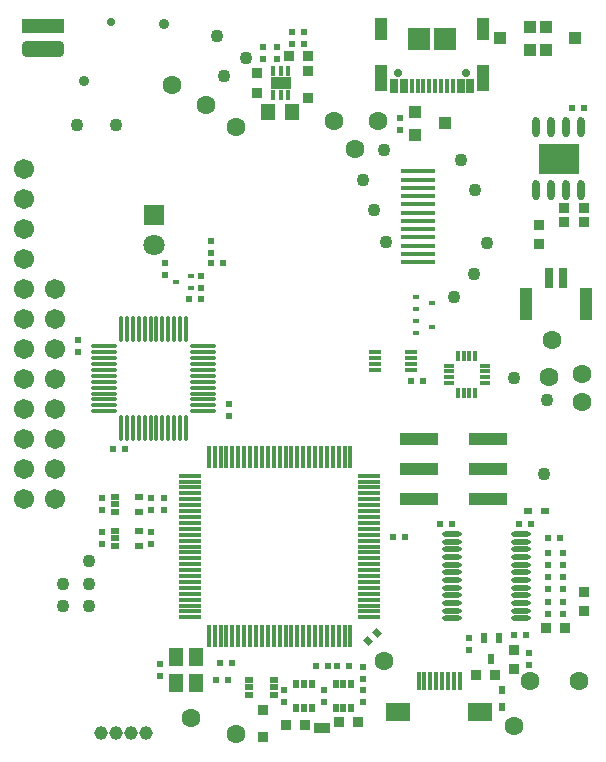
<source format=gbs>
G04*
G04 #@! TF.GenerationSoftware,Altium Limited,Altium Designer,20.0.13 (296)*
G04*
G04 Layer_Color=7416327*
%FSLAX44Y44*%
%MOMM*%
G71*
G01*
G75*
%ADD54R,0.5588X0.6096*%
%ADD55R,0.6096X0.5588*%
%ADD57R,0.8636X0.9398*%
%ADD61R,0.5016X0.7516*%
%ADD63R,1.0016X0.4016*%
%ADD64R,0.7516X0.5016*%
%ADD66R,1.2516X1.4016*%
%ADD70R,1.0516X1.0016*%
%ADD71R,1.0516X1.0016*%
%ADD72R,0.6096X0.4576*%
%ADD75R,0.9398X0.8636*%
%ADD76R,0.6016X0.7416*%
%ADD77R,0.6016X0.9016*%
%ADD87C,0.7016*%
%ADD88R,1.1016X1.9016*%
%ADD89R,1.1016X2.2016*%
%ADD90C,1.7018*%
%ADD91R,1.8016X1.8016*%
%ADD92C,1.8016*%
%ADD93C,1.1684*%
%ADD94C,0.7112*%
%ADD95C,0.9144*%
%ADD157R,1.4750X0.9000*%
%ADD166C,1.6016*%
%ADD167C,1.1016*%
G04:AMPARAMS|DCode=168|XSize=0.5588mm|YSize=0.6096mm|CornerRadius=0mm|HoleSize=0mm|Usage=FLASHONLY|Rotation=45.000|XOffset=0mm|YOffset=0mm|HoleType=Round|Shape=Rectangle|*
%AMROTATEDRECTD168*
4,1,4,0.0180,-0.4131,-0.4131,0.0180,-0.0180,0.4131,0.4131,-0.0180,0.0180,-0.4131,0.0*
%
%ADD168ROTATEDRECTD168*%

%ADD169R,0.9316X0.9016*%
%ADD170O,1.9016X0.4016*%
%ADD171O,0.4016X1.9016*%
%ADD172R,0.7016X1.3016*%
%ADD173R,0.4016X1.3016*%
%ADD174R,0.7416X0.6016*%
%ADD175R,1.3016X1.5016*%
%ADD176O,1.6516X0.4516*%
%ADD177R,2.1016X1.6016*%
%ADD178R,0.4016X1.6016*%
%ADD179R,1.1016X2.8016*%
%ADD180R,0.7016X1.7016*%
%ADD181R,0.4400X0.8400*%
%ADD182R,1.7400X1.1400*%
%ADD183R,3.4016X2.5016*%
%ADD184O,0.7016X1.7016*%
%ADD185R,2.9016X0.4516*%
%ADD186O,2.2016X0.4016*%
%ADD187O,0.4016X2.2016*%
%ADD188R,3.6016X1.3016*%
G04:AMPARAMS|DCode=189|XSize=3.6016mm|YSize=1.3016mm|CornerRadius=0.3508mm|HoleSize=0mm|Usage=FLASHONLY|Rotation=0.000|XOffset=0mm|YOffset=0mm|HoleType=Round|Shape=RoundedRectangle|*
%AMROUNDEDRECTD189*
21,1,3.6016,0.6000,0,0,0.0*
21,1,2.9000,1.3016,0,0,0.0*
1,1,0.7016,1.4500,-0.3000*
1,1,0.7016,-1.4500,-0.3000*
1,1,0.7016,-1.4500,0.3000*
1,1,0.7016,1.4500,0.3000*
%
%ADD189ROUNDEDRECTD189*%
%ADD190R,0.3516X0.9016*%
%ADD191R,0.9016X0.3516*%
%ADD192R,3.3016X1.1216*%
%ADD193R,1.9016X1.9016*%
D54*
X444830Y189000D02*
D03*
X434670D02*
D03*
X191990Y71793D02*
D03*
X181830Y71793D02*
D03*
X290830Y68500D02*
D03*
X280670D02*
D03*
X328420Y178000D02*
D03*
X338580D02*
D03*
X188330Y57000D02*
D03*
X178170D02*
D03*
X440910Y94750D02*
D03*
X430750D02*
D03*
X242170Y605750D02*
D03*
X252330Y605750D02*
D03*
X155221Y379203D02*
D03*
X165381D02*
D03*
X479670Y541250D02*
D03*
X489830D02*
D03*
X184330Y410250D02*
D03*
X174170D02*
D03*
X100830Y252250D02*
D03*
X90670D02*
D03*
X353060Y309880D02*
D03*
X342900D02*
D03*
X242170Y595250D02*
D03*
X252330D02*
D03*
X262920Y68500D02*
D03*
X273080D02*
D03*
X367920Y189000D02*
D03*
X378080D02*
D03*
X469580Y177250D02*
D03*
X459420D02*
D03*
D55*
X131000Y60670D02*
D03*
X131000Y70830D02*
D03*
X459000Y143830D02*
D03*
Y133670D02*
D03*
Y154170D02*
D03*
Y164330D02*
D03*
Y123330D02*
D03*
Y113170D02*
D03*
X133750Y210830D02*
D03*
Y200670D02*
D03*
X82000D02*
D03*
Y210830D02*
D03*
X123500D02*
D03*
Y200670D02*
D03*
X123500Y171920D02*
D03*
X123500Y182080D02*
D03*
X235750Y38420D02*
D03*
Y48580D02*
D03*
X269250Y48330D02*
D03*
Y38170D02*
D03*
X82000Y171920D02*
D03*
Y182080D02*
D03*
X302750Y48330D02*
D03*
Y38170D02*
D03*
Y68330D02*
D03*
Y58170D02*
D03*
X472000Y154170D02*
D03*
Y164330D02*
D03*
Y133920D02*
D03*
Y144080D02*
D03*
Y123330D02*
D03*
Y113170D02*
D03*
X392250Y92830D02*
D03*
Y82670D02*
D03*
X218250Y582920D02*
D03*
Y593080D02*
D03*
X165301Y389123D02*
D03*
Y399283D02*
D03*
X174250Y418420D02*
D03*
Y428580D02*
D03*
X61250Y334670D02*
D03*
Y344830D02*
D03*
X134750Y410330D02*
D03*
X134750Y400170D02*
D03*
X189500Y290580D02*
D03*
X189500Y280420D02*
D03*
X443000Y69420D02*
D03*
X443000Y79580D02*
D03*
X334250Y533080D02*
D03*
Y522920D02*
D03*
X229750Y593080D02*
D03*
Y582920D02*
D03*
D57*
X414628Y61250D02*
D03*
X398372D02*
D03*
X457372Y100750D02*
D03*
X473628D02*
D03*
X298628Y21500D02*
D03*
X282372Y21500D02*
D03*
X237122Y19000D02*
D03*
X253378D02*
D03*
X256378Y585250D02*
D03*
X240122D02*
D03*
X473122Y456250D02*
D03*
X489378D02*
D03*
X473122Y444750D02*
D03*
X489378D02*
D03*
D61*
X246000Y53500D02*
D03*
X252500Y53500D02*
D03*
X259000Y53500D02*
D03*
Y33000D02*
D03*
X252500D02*
D03*
X246000D02*
D03*
X279500Y33000D02*
D03*
X286000Y33000D02*
D03*
X292500Y33000D02*
D03*
Y53500D02*
D03*
X286000Y53500D02*
D03*
X279500D02*
D03*
D63*
X342914Y334398D02*
D03*
Y329398D02*
D03*
Y324398D02*
D03*
Y319398D02*
D03*
X312914D02*
D03*
Y324398D02*
D03*
Y329398D02*
D03*
Y334398D02*
D03*
D64*
X206500Y57250D02*
D03*
Y50750D02*
D03*
Y44250D02*
D03*
X227000D02*
D03*
Y50750D02*
D03*
Y57250D02*
D03*
X92500Y199250D02*
D03*
X92500Y205750D02*
D03*
X92500Y212250D02*
D03*
X113000D02*
D03*
Y199250D02*
D03*
Y170500D02*
D03*
Y183500D02*
D03*
X92500Y183500D02*
D03*
Y177000D02*
D03*
Y170500D02*
D03*
D66*
X242250Y537750D02*
D03*
X222250D02*
D03*
D70*
X457500Y590750D02*
D03*
X482500Y600250D02*
D03*
X444000Y609750D02*
D03*
X419000Y600250D02*
D03*
X372000Y528250D02*
D03*
X347000Y518750D02*
D03*
D71*
X457500Y609750D02*
D03*
X444000Y590750D02*
D03*
X347000Y537750D02*
D03*
D72*
X347396Y351047D02*
D03*
Y360953D02*
D03*
X360604Y356000D02*
D03*
X347396Y371047D02*
D03*
Y380953D02*
D03*
X360604Y376000D02*
D03*
X157354Y399203D02*
D03*
Y389297D02*
D03*
X144146Y394250D02*
D03*
D75*
X489500Y131878D02*
D03*
Y115622D02*
D03*
X430500Y82256D02*
D03*
Y66000D02*
D03*
X212500Y554372D02*
D03*
Y570628D02*
D03*
X451750Y442128D02*
D03*
Y425872D02*
D03*
D76*
X420000Y34200D02*
D03*
Y48800D02*
D03*
D77*
X411250Y74500D02*
D03*
X417750Y92500D02*
D03*
X404750D02*
D03*
D87*
X332361Y571158D02*
D03*
X390162D02*
D03*
D88*
X404462Y607960D02*
D03*
X318062D02*
D03*
D89*
X404462Y566460D02*
D03*
X318062D02*
D03*
D90*
X16000Y210500D02*
D03*
Y235900D02*
D03*
X16000Y261300D02*
D03*
Y337500D02*
D03*
Y489900D02*
D03*
X16000Y464500D02*
D03*
Y439100D02*
D03*
X16000Y413700D02*
D03*
Y388300D02*
D03*
X16000Y362900D02*
D03*
X16000Y286700D02*
D03*
Y312100D02*
D03*
X41418Y210500D02*
D03*
X41418Y261300D02*
D03*
X41418Y286700D02*
D03*
Y312100D02*
D03*
Y337500D02*
D03*
Y362900D02*
D03*
Y388300D02*
D03*
Y235900D02*
D03*
D91*
X125500Y450900D02*
D03*
D92*
Y425500D02*
D03*
D93*
X118450Y12500D02*
D03*
X105750D02*
D03*
X93050D02*
D03*
X80350D02*
D03*
D94*
X88920Y613920D02*
D03*
D95*
X134250Y612000D02*
D03*
X66750Y563750D02*
D03*
D157*
X267625Y16250D02*
D03*
D166*
X430500Y18000D02*
D03*
X444000Y56000D02*
D03*
X156576Y24698D02*
D03*
X195076Y10948D02*
D03*
X320750Y73250D02*
D03*
X485500Y56000D02*
D03*
X141195Y560896D02*
D03*
X169750Y544250D02*
D03*
X194750Y525250D02*
D03*
X315000Y530000D02*
D03*
X462250Y344500D02*
D03*
X460192Y313776D02*
D03*
X296000Y506500D02*
D03*
X488250Y292750D02*
D03*
Y315750D02*
D03*
X278000Y530000D02*
D03*
D167*
X203750Y583500D02*
D03*
X178645Y601828D02*
D03*
X184750Y568750D02*
D03*
X303000Y480250D02*
D03*
X385250Y497000D02*
D03*
X312250Y454750D02*
D03*
X321750Y428250D02*
D03*
X379781Y381233D02*
D03*
X396360Y400355D02*
D03*
X407500Y427000D02*
D03*
X397500Y472250D02*
D03*
X430750Y313000D02*
D03*
X71000Y119750D02*
D03*
X456000Y231144D02*
D03*
X320500Y505750D02*
D03*
X48750Y138625D02*
D03*
Y119750D02*
D03*
X60750Y526750D02*
D03*
X93250D02*
D03*
X71000Y138625D02*
D03*
Y157500D02*
D03*
X458750Y294000D02*
D03*
D168*
X307158Y89658D02*
D03*
X314342Y96842D02*
D03*
D169*
X256000Y573000D02*
D03*
X256000Y550000D02*
D03*
X218000Y8750D02*
D03*
Y31750D02*
D03*
D170*
X156500Y110000D02*
D03*
X156500Y115000D02*
D03*
Y120000D02*
D03*
X156500Y125000D02*
D03*
Y130000D02*
D03*
Y135000D02*
D03*
Y140000D02*
D03*
Y145000D02*
D03*
Y150000D02*
D03*
X156500Y155000D02*
D03*
Y160000D02*
D03*
X156500Y165000D02*
D03*
Y170000D02*
D03*
X156500Y175000D02*
D03*
Y180000D02*
D03*
X156500Y185000D02*
D03*
X156500Y190000D02*
D03*
X156500Y195000D02*
D03*
X156500Y200000D02*
D03*
X156500Y205000D02*
D03*
X156500Y210000D02*
D03*
Y215000D02*
D03*
X156500Y220000D02*
D03*
X156500Y225000D02*
D03*
X156500Y230000D02*
D03*
X307500Y230000D02*
D03*
X307500Y225000D02*
D03*
Y220000D02*
D03*
Y215000D02*
D03*
X307500Y210000D02*
D03*
X307500Y205000D02*
D03*
X307500Y200000D02*
D03*
X307500Y195000D02*
D03*
X307500Y190000D02*
D03*
X307500Y185000D02*
D03*
X307500Y180000D02*
D03*
X307500Y175000D02*
D03*
X307500Y170000D02*
D03*
Y165000D02*
D03*
Y160000D02*
D03*
Y155000D02*
D03*
Y150000D02*
D03*
Y145000D02*
D03*
Y140000D02*
D03*
Y135000D02*
D03*
Y130000D02*
D03*
Y125000D02*
D03*
Y120000D02*
D03*
Y115000D02*
D03*
Y110000D02*
D03*
D171*
X172000Y245500D02*
D03*
X177000D02*
D03*
X182000Y245500D02*
D03*
X187000D02*
D03*
X192000Y245500D02*
D03*
X197000D02*
D03*
X202000D02*
D03*
X207000D02*
D03*
X212000D02*
D03*
X217000Y245500D02*
D03*
X222000Y245500D02*
D03*
X227000Y245500D02*
D03*
X232000D02*
D03*
X237000Y245500D02*
D03*
X242000D02*
D03*
X247000Y245500D02*
D03*
X252000D02*
D03*
X257000D02*
D03*
X262000Y245500D02*
D03*
X267000Y245500D02*
D03*
X272000Y245500D02*
D03*
X277000Y245500D02*
D03*
X282000D02*
D03*
X287000Y245500D02*
D03*
X292000D02*
D03*
X292000Y94500D02*
D03*
X287000D02*
D03*
X282000D02*
D03*
X277000D02*
D03*
X272000D02*
D03*
X267000D02*
D03*
X262000D02*
D03*
X257000D02*
D03*
X252000D02*
D03*
X247000Y94500D02*
D03*
X242000Y94500D02*
D03*
X237000D02*
D03*
X232000D02*
D03*
X227000D02*
D03*
X222000Y94500D02*
D03*
X217000Y94500D02*
D03*
X212000D02*
D03*
X207000D02*
D03*
X202000D02*
D03*
X197000D02*
D03*
X192000D02*
D03*
X187000D02*
D03*
X182000D02*
D03*
X177000D02*
D03*
X172000D02*
D03*
D172*
X329260Y559889D02*
D03*
X337262Y559889D02*
D03*
X385261D02*
D03*
X393260D02*
D03*
D173*
X343761Y559889D02*
D03*
X348761D02*
D03*
X353761Y559889D02*
D03*
X358761D02*
D03*
X363758D02*
D03*
X368762Y559889D02*
D03*
X373766D02*
D03*
X378762D02*
D03*
D174*
X456550Y199750D02*
D03*
X441950D02*
D03*
D175*
X161500Y76500D02*
D03*
X144500D02*
D03*
Y54500D02*
D03*
X161500D02*
D03*
D176*
X436240Y128666D02*
D03*
Y122166D02*
D03*
Y115666D02*
D03*
Y109166D02*
D03*
Y135166D02*
D03*
Y141666D02*
D03*
Y148166D02*
D03*
Y154666D02*
D03*
Y161166D02*
D03*
Y167666D02*
D03*
Y174166D02*
D03*
X436240Y180666D02*
D03*
X377740Y174166D02*
D03*
Y180666D02*
D03*
Y167666D02*
D03*
Y161166D02*
D03*
X377740Y154666D02*
D03*
X377740Y148166D02*
D03*
Y141666D02*
D03*
Y135166D02*
D03*
Y128666D02*
D03*
Y122166D02*
D03*
Y115666D02*
D03*
Y109166D02*
D03*
D177*
X401654Y29943D02*
D03*
X332654D02*
D03*
D178*
X384654Y55943D02*
D03*
X379654D02*
D03*
X374654D02*
D03*
X369654D02*
D03*
X359654D02*
D03*
X364654D02*
D03*
X349654D02*
D03*
X354654D02*
D03*
D179*
X441000Y375000D02*
D03*
X491000Y375000D02*
D03*
D180*
X472250Y397500D02*
D03*
X459750D02*
D03*
D181*
X226500Y573000D02*
D03*
X233000D02*
D03*
X239500D02*
D03*
Y552000D02*
D03*
X233000D02*
D03*
X226500D02*
D03*
D182*
X233000Y562500D02*
D03*
D183*
X468350Y498500D02*
D03*
D184*
X449300Y525000D02*
D03*
X462000D02*
D03*
X474700D02*
D03*
X487400D02*
D03*
X449300Y472000D02*
D03*
X462000D02*
D03*
X474700D02*
D03*
X487400D02*
D03*
D185*
X349000Y410744D02*
D03*
X349000Y417744D02*
D03*
Y424744D02*
D03*
X349000Y431744D02*
D03*
X349000Y438750D02*
D03*
Y445750D02*
D03*
X349000Y452750D02*
D03*
Y459750D02*
D03*
X349000Y466750D02*
D03*
X349000Y473750D02*
D03*
Y480750D02*
D03*
X349000Y487750D02*
D03*
D186*
X82980Y339500D02*
D03*
Y334500D02*
D03*
Y329500D02*
D03*
Y324500D02*
D03*
Y319500D02*
D03*
Y284500D02*
D03*
X167520D02*
D03*
Y289500D02*
D03*
Y294500D02*
D03*
Y299500D02*
D03*
Y304500D02*
D03*
Y309500D02*
D03*
Y314500D02*
D03*
Y319500D02*
D03*
Y324500D02*
D03*
Y329500D02*
D03*
Y334500D02*
D03*
Y339500D02*
D03*
X82980Y314500D02*
D03*
Y299500D02*
D03*
Y294500D02*
D03*
Y289500D02*
D03*
Y304500D02*
D03*
Y309500D02*
D03*
D187*
X97750Y269984D02*
D03*
X102750D02*
D03*
X107750D02*
D03*
X112750D02*
D03*
X117750D02*
D03*
X122750D02*
D03*
X127750D02*
D03*
X132750D02*
D03*
X137750D02*
D03*
X142750D02*
D03*
X147750D02*
D03*
X152750D02*
D03*
Y354270D02*
D03*
X147750D02*
D03*
X142750D02*
D03*
X137750D02*
D03*
X132750D02*
D03*
X127750D02*
D03*
X122750D02*
D03*
X117750D02*
D03*
X112750D02*
D03*
X107750D02*
D03*
X102750D02*
D03*
X97750D02*
D03*
D188*
X32000Y611000D02*
D03*
D189*
Y591000D02*
D03*
D190*
X397750Y331246D02*
D03*
X392750D02*
D03*
X387750D02*
D03*
X382750D02*
D03*
Y300254D02*
D03*
X387750D02*
D03*
X392750D02*
D03*
X397750D02*
D03*
D191*
X375008Y323250D02*
D03*
Y318250D02*
D03*
Y313250D02*
D03*
Y308250D02*
D03*
X406000D02*
D03*
Y313250D02*
D03*
Y318250D02*
D03*
Y323250D02*
D03*
D192*
X408178Y235458D02*
D03*
X349758D02*
D03*
X408178Y260858D02*
D03*
X349758D02*
D03*
Y210058D02*
D03*
X408178D02*
D03*
D193*
X349708Y599679D02*
D03*
X371708D02*
D03*
M02*

</source>
